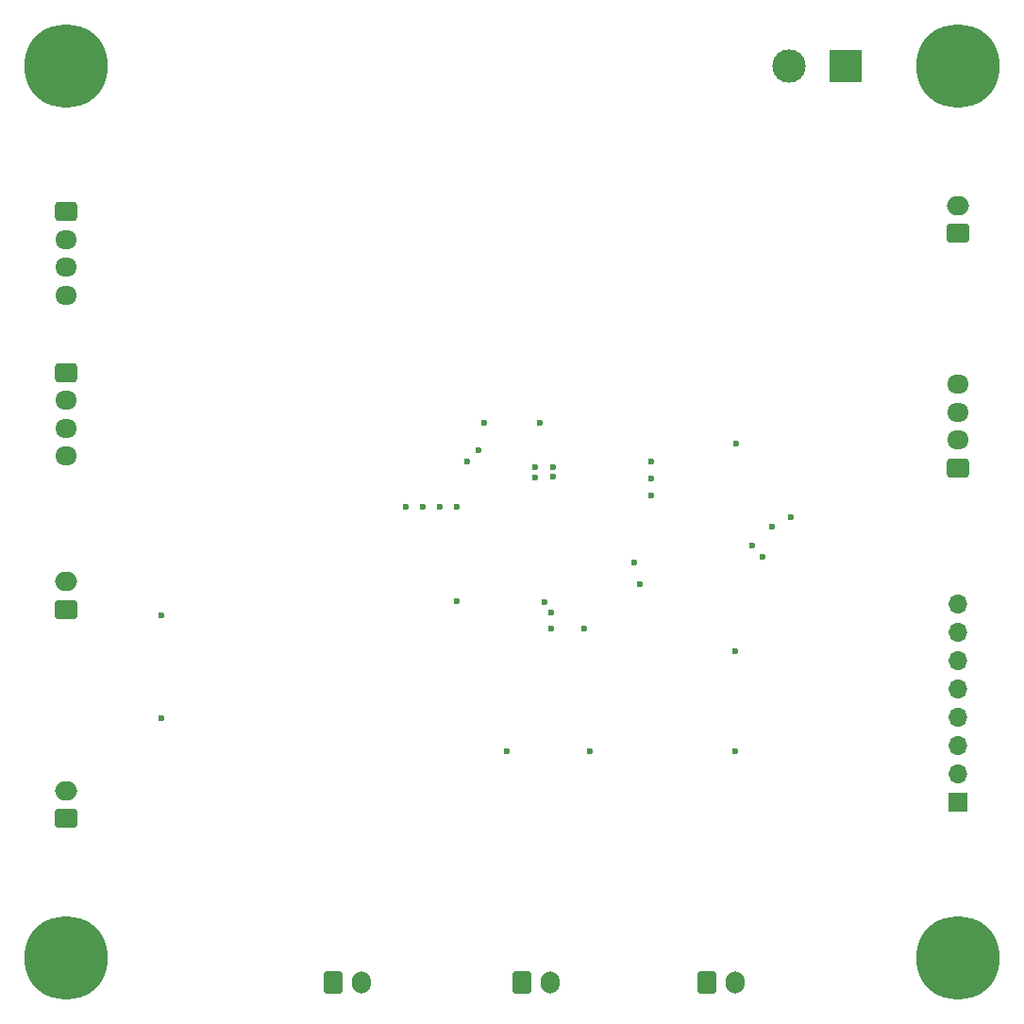
<source format=gbr>
%TF.GenerationSoftware,KiCad,Pcbnew,6.0.11-2627ca5db0~126~ubuntu22.04.1*%
%TF.CreationDate,2023-04-10T22:11:35+02:00*%
%TF.ProjectId,Slicor_carte_commande,536c6963-6f72-45f6-9361-7274655f636f,rev?*%
%TF.SameCoordinates,Original*%
%TF.FileFunction,Copper,L3,Inr*%
%TF.FilePolarity,Positive*%
%FSLAX46Y46*%
G04 Gerber Fmt 4.6, Leading zero omitted, Abs format (unit mm)*
G04 Created by KiCad (PCBNEW 6.0.11-2627ca5db0~126~ubuntu22.04.1) date 2023-04-10 22:11:35*
%MOMM*%
%LPD*%
G01*
G04 APERTURE LIST*
G04 Aperture macros list*
%AMRoundRect*
0 Rectangle with rounded corners*
0 $1 Rounding radius*
0 $2 $3 $4 $5 $6 $7 $8 $9 X,Y pos of 4 corners*
0 Add a 4 corners polygon primitive as box body*
4,1,4,$2,$3,$4,$5,$6,$7,$8,$9,$2,$3,0*
0 Add four circle primitives for the rounded corners*
1,1,$1+$1,$2,$3*
1,1,$1+$1,$4,$5*
1,1,$1+$1,$6,$7*
1,1,$1+$1,$8,$9*
0 Add four rect primitives between the rounded corners*
20,1,$1+$1,$2,$3,$4,$5,0*
20,1,$1+$1,$4,$5,$6,$7,0*
20,1,$1+$1,$6,$7,$8,$9,0*
20,1,$1+$1,$8,$9,$2,$3,0*%
G04 Aperture macros list end*
%TA.AperFunction,ComponentPad*%
%ADD10R,1.700000X1.700000*%
%TD*%
%TA.AperFunction,ComponentPad*%
%ADD11O,1.700000X1.700000*%
%TD*%
%TA.AperFunction,ComponentPad*%
%ADD12RoundRect,0.250000X0.750000X-0.600000X0.750000X0.600000X-0.750000X0.600000X-0.750000X-0.600000X0*%
%TD*%
%TA.AperFunction,ComponentPad*%
%ADD13O,2.000000X1.700000*%
%TD*%
%TA.AperFunction,ComponentPad*%
%ADD14RoundRect,0.250000X-0.600000X-0.750000X0.600000X-0.750000X0.600000X0.750000X-0.600000X0.750000X0*%
%TD*%
%TA.AperFunction,ComponentPad*%
%ADD15O,1.700000X2.000000*%
%TD*%
%TA.AperFunction,ComponentPad*%
%ADD16RoundRect,0.250000X0.725000X-0.600000X0.725000X0.600000X-0.725000X0.600000X-0.725000X-0.600000X0*%
%TD*%
%TA.AperFunction,ComponentPad*%
%ADD17O,1.950000X1.700000*%
%TD*%
%TA.AperFunction,ComponentPad*%
%ADD18RoundRect,0.250000X-0.725000X0.600000X-0.725000X-0.600000X0.725000X-0.600000X0.725000X0.600000X0*%
%TD*%
%TA.AperFunction,ComponentPad*%
%ADD19R,3.000000X3.000000*%
%TD*%
%TA.AperFunction,ComponentPad*%
%ADD20C,3.000000*%
%TD*%
%TA.AperFunction,ComponentPad*%
%ADD21C,7.500000*%
%TD*%
%TA.AperFunction,ViaPad*%
%ADD22C,0.600000*%
%TD*%
G04 APERTURE END LIST*
D10*
%TO.N,+5V*%
%TO.C,J4*%
X115000000Y-101000000D03*
D11*
%TO.N,MISO*%
X115000000Y-98460000D03*
%TO.N,MOSI*%
X115000000Y-95920000D03*
%TO.N,SCK*%
X115000000Y-93380000D03*
%TO.N,RST*%
X115000000Y-90840000D03*
%TO.N,UART TX*%
X115000000Y-88300000D03*
%TO.N,UART RX*%
X115000000Y-85760000D03*
%TO.N,GND*%
X115000000Y-83220000D03*
%TD*%
D12*
%TO.N,GND*%
%TO.C,J5*%
X35000000Y-83750000D03*
D13*
%TO.N,Bouton1*%
X35000000Y-81250000D03*
%TD*%
D14*
%TO.N,+24V*%
%TO.C,J9*%
X92500000Y-117250000D03*
D15*
%TO.N,Net-(J9-Pad2)*%
X95000000Y-117250000D03*
%TD*%
D16*
%TO.N,GND*%
%TO.C,J2*%
X115000000Y-71050000D03*
D17*
%TO.N,+5V*%
X115000000Y-68550000D03*
%TO.N,SDA*%
X115000000Y-66050000D03*
%TO.N,SCL*%
X115000000Y-63550000D03*
%TD*%
D18*
%TO.N,CL3*%
%TO.C,J3*%
X35000000Y-48050000D03*
D17*
%TO.N,CL2*%
X35000000Y-50550000D03*
%TO.N,CL1*%
X35000000Y-53050000D03*
%TO.N,CL0*%
X35000000Y-55550000D03*
%TD*%
D18*
%TO.N,CL7*%
%TO.C,J11*%
X35000000Y-62500000D03*
D17*
%TO.N,CL6*%
X35000000Y-65000000D03*
%TO.N,CL5*%
X35000000Y-67500000D03*
%TO.N,CL4*%
X35000000Y-70000000D03*
%TD*%
D19*
%TO.N,GND*%
%TO.C,J1*%
X104960000Y-35000000D03*
D20*
%TO.N,+24V*%
X99880000Y-35000000D03*
%TD*%
D14*
%TO.N,+24V*%
%TO.C,J8*%
X75900000Y-117250000D03*
D15*
%TO.N,Net-(J8-Pad2)*%
X78400000Y-117250000D03*
%TD*%
D21*
%TO.N,GND*%
%TO.C,H1*%
X35000000Y-35000000D03*
%TD*%
D12*
%TO.N,UART TX*%
%TO.C,J10*%
X115000000Y-50000000D03*
D13*
%TO.N,UART RX*%
X115000000Y-47500000D03*
%TD*%
D14*
%TO.N,+24V*%
%TO.C,J7*%
X58950000Y-117250000D03*
D15*
%TO.N,Net-(J7-Pad2)*%
X61450000Y-117250000D03*
%TD*%
D21*
%TO.N,GND*%
%TO.C,H4*%
X115000000Y-115000000D03*
%TD*%
D12*
%TO.N,GND*%
%TO.C,J6*%
X35000000Y-102500000D03*
D13*
%TO.N,Bouton2*%
X35000000Y-100000000D03*
%TD*%
D21*
%TO.N,GND*%
%TO.C,H3*%
X35000000Y-115000000D03*
%TD*%
%TO.N,GND*%
%TO.C,H2*%
X115000000Y-35000000D03*
%TD*%
D22*
%TO.N,GND*%
X77900000Y-83100000D03*
X78500000Y-84000000D03*
X77100000Y-71900000D03*
X77100000Y-71000000D03*
X78700000Y-71000000D03*
X78700000Y-71800000D03*
X72500000Y-67000000D03*
X77500000Y-67000000D03*
%TO.N,+5V*%
X95120000Y-68880000D03*
X95000000Y-87500000D03*
%TO.N,SDA*%
X97500000Y-79000000D03*
%TO.N,SCL*%
X96500000Y-78000000D03*
%TO.N,MISO*%
X70000000Y-83000000D03*
%TO.N,UART TX*%
X100000000Y-75500000D03*
%TO.N,UART RX*%
X98300000Y-76300000D03*
%TO.N,Bouton1*%
X43500000Y-84316250D03*
X72000000Y-69500000D03*
%TO.N,Bouton2*%
X71000000Y-70500000D03*
X43537500Y-93537500D03*
%TO.N,led1*%
X87500000Y-73500000D03*
X74500000Y-96500000D03*
%TO.N,led2*%
X82000000Y-96500000D03*
X87500000Y-72000000D03*
%TO.N,led3*%
X87500000Y-70500000D03*
X95000000Y-96500000D03*
%TO.N,CL0*%
X86000000Y-79500000D03*
X65500000Y-74500000D03*
%TO.N,CL1*%
X67000000Y-74500000D03*
X86500000Y-81500000D03*
%TO.N,CL2*%
X68500000Y-74500000D03*
X81500000Y-85500000D03*
%TO.N,CL3*%
X70000000Y-74500000D03*
X78500000Y-85500000D03*
%TD*%
M02*

</source>
